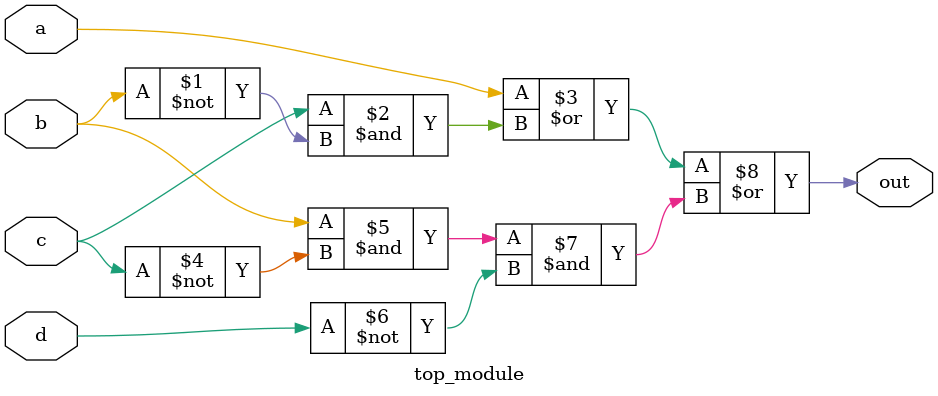
<source format=v>
module top_module(
    input a,
    input b,
    input c,
    input d,
    output out  ); 
    assign out= a|(c&~b)|(b&~c&~d);
endmodule

</source>
